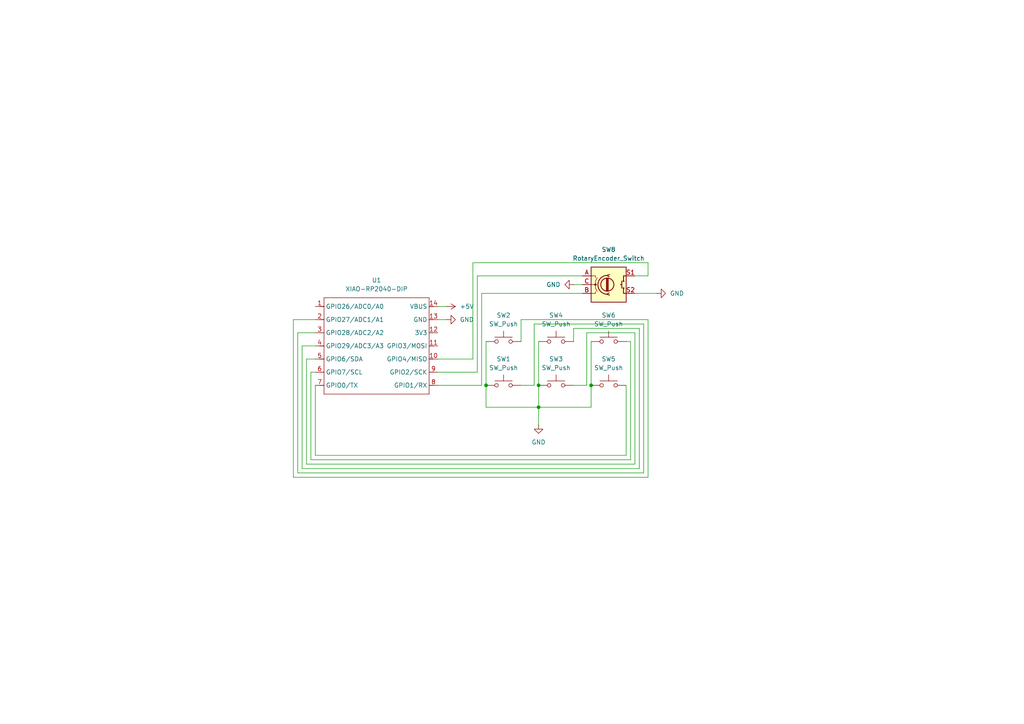
<source format=kicad_sch>
(kicad_sch
	(version 20250114)
	(generator "eeschema")
	(generator_version "9.0")
	(uuid "29a68a94-83d1-4135-896b-2ef00bacd9c1")
	(paper "A4")
	(lib_symbols
		(symbol "Device:RotaryEncoder_Switch"
			(pin_names
				(offset 0.254)
				(hide yes)
			)
			(exclude_from_sim no)
			(in_bom yes)
			(on_board yes)
			(property "Reference" "SW"
				(at 0 6.604 0)
				(effects
					(font
						(size 1.27 1.27)
					)
				)
			)
			(property "Value" "RotaryEncoder_Switch"
				(at 0 -6.604 0)
				(effects
					(font
						(size 1.27 1.27)
					)
				)
			)
			(property "Footprint" ""
				(at -3.81 4.064 0)
				(effects
					(font
						(size 1.27 1.27)
					)
					(hide yes)
				)
			)
			(property "Datasheet" "~"
				(at 0 6.604 0)
				(effects
					(font
						(size 1.27 1.27)
					)
					(hide yes)
				)
			)
			(property "Description" "Rotary encoder, dual channel, incremental quadrate outputs, with switch"
				(at 0 0 0)
				(effects
					(font
						(size 1.27 1.27)
					)
					(hide yes)
				)
			)
			(property "ki_keywords" "rotary switch encoder switch push button"
				(at 0 0 0)
				(effects
					(font
						(size 1.27 1.27)
					)
					(hide yes)
				)
			)
			(property "ki_fp_filters" "RotaryEncoder*Switch*"
				(at 0 0 0)
				(effects
					(font
						(size 1.27 1.27)
					)
					(hide yes)
				)
			)
			(symbol "RotaryEncoder_Switch_0_1"
				(rectangle
					(start -5.08 5.08)
					(end 5.08 -5.08)
					(stroke
						(width 0.254)
						(type default)
					)
					(fill
						(type background)
					)
				)
				(polyline
					(pts
						(xy -5.08 2.54) (xy -3.81 2.54) (xy -3.81 2.032)
					)
					(stroke
						(width 0)
						(type default)
					)
					(fill
						(type none)
					)
				)
				(polyline
					(pts
						(xy -5.08 0) (xy -3.81 0) (xy -3.81 -1.016) (xy -3.302 -2.032)
					)
					(stroke
						(width 0)
						(type default)
					)
					(fill
						(type none)
					)
				)
				(polyline
					(pts
						(xy -5.08 -2.54) (xy -3.81 -2.54) (xy -3.81 -2.032)
					)
					(stroke
						(width 0)
						(type default)
					)
					(fill
						(type none)
					)
				)
				(polyline
					(pts
						(xy -4.318 0) (xy -3.81 0) (xy -3.81 1.016) (xy -3.302 2.032)
					)
					(stroke
						(width 0)
						(type default)
					)
					(fill
						(type none)
					)
				)
				(circle
					(center -3.81 0)
					(radius 0.254)
					(stroke
						(width 0)
						(type default)
					)
					(fill
						(type outline)
					)
				)
				(polyline
					(pts
						(xy -0.635 -1.778) (xy -0.635 1.778)
					)
					(stroke
						(width 0.254)
						(type default)
					)
					(fill
						(type none)
					)
				)
				(circle
					(center -0.381 0)
					(radius 1.905)
					(stroke
						(width 0.254)
						(type default)
					)
					(fill
						(type none)
					)
				)
				(polyline
					(pts
						(xy -0.381 -1.778) (xy -0.381 1.778)
					)
					(stroke
						(width 0.254)
						(type default)
					)
					(fill
						(type none)
					)
				)
				(arc
					(start -0.381 -2.794)
					(mid -3.0988 -0.0635)
					(end -0.381 2.667)
					(stroke
						(width 0.254)
						(type default)
					)
					(fill
						(type none)
					)
				)
				(polyline
					(pts
						(xy -0.127 1.778) (xy -0.127 -1.778)
					)
					(stroke
						(width 0.254)
						(type default)
					)
					(fill
						(type none)
					)
				)
				(polyline
					(pts
						(xy 0.254 2.921) (xy -0.508 2.667) (xy 0.127 2.286)
					)
					(stroke
						(width 0.254)
						(type default)
					)
					(fill
						(type none)
					)
				)
				(polyline
					(pts
						(xy 0.254 -3.048) (xy -0.508 -2.794) (xy 0.127 -2.413)
					)
					(stroke
						(width 0.254)
						(type default)
					)
					(fill
						(type none)
					)
				)
				(polyline
					(pts
						(xy 3.81 1.016) (xy 3.81 -1.016)
					)
					(stroke
						(width 0.254)
						(type default)
					)
					(fill
						(type none)
					)
				)
				(polyline
					(pts
						(xy 3.81 0) (xy 3.429 0)
					)
					(stroke
						(width 0.254)
						(type default)
					)
					(fill
						(type none)
					)
				)
				(circle
					(center 4.318 1.016)
					(radius 0.127)
					(stroke
						(width 0.254)
						(type default)
					)
					(fill
						(type none)
					)
				)
				(circle
					(center 4.318 -1.016)
					(radius 0.127)
					(stroke
						(width 0.254)
						(type default)
					)
					(fill
						(type none)
					)
				)
				(polyline
					(pts
						(xy 5.08 2.54) (xy 4.318 2.54) (xy 4.318 1.016)
					)
					(stroke
						(width 0.254)
						(type default)
					)
					(fill
						(type none)
					)
				)
				(polyline
					(pts
						(xy 5.08 -2.54) (xy 4.318 -2.54) (xy 4.318 -1.016)
					)
					(stroke
						(width 0.254)
						(type default)
					)
					(fill
						(type none)
					)
				)
			)
			(symbol "RotaryEncoder_Switch_1_1"
				(pin passive line
					(at -7.62 2.54 0)
					(length 2.54)
					(name "A"
						(effects
							(font
								(size 1.27 1.27)
							)
						)
					)
					(number "A"
						(effects
							(font
								(size 1.27 1.27)
							)
						)
					)
				)
				(pin passive line
					(at -7.62 0 0)
					(length 2.54)
					(name "C"
						(effects
							(font
								(size 1.27 1.27)
							)
						)
					)
					(number "C"
						(effects
							(font
								(size 1.27 1.27)
							)
						)
					)
				)
				(pin passive line
					(at -7.62 -2.54 0)
					(length 2.54)
					(name "B"
						(effects
							(font
								(size 1.27 1.27)
							)
						)
					)
					(number "B"
						(effects
							(font
								(size 1.27 1.27)
							)
						)
					)
				)
				(pin passive line
					(at 7.62 2.54 180)
					(length 2.54)
					(name "S1"
						(effects
							(font
								(size 1.27 1.27)
							)
						)
					)
					(number "S1"
						(effects
							(font
								(size 1.27 1.27)
							)
						)
					)
				)
				(pin passive line
					(at 7.62 -2.54 180)
					(length 2.54)
					(name "S2"
						(effects
							(font
								(size 1.27 1.27)
							)
						)
					)
					(number "S2"
						(effects
							(font
								(size 1.27 1.27)
							)
						)
					)
				)
			)
			(embedded_fonts no)
		)
		(symbol "Seeed_Studio_XIAO_Series:XIAO-RP2040-DIP"
			(exclude_from_sim no)
			(in_bom yes)
			(on_board yes)
			(property "Reference" "U"
				(at 0 0 0)
				(effects
					(font
						(size 1.27 1.27)
					)
				)
			)
			(property "Value" "XIAO-RP2040-DIP"
				(at 5.334 -1.778 0)
				(effects
					(font
						(size 1.27 1.27)
					)
				)
			)
			(property "Footprint" "Module:MOUDLE14P-XIAO-DIP-SMD"
				(at 14.478 -32.258 0)
				(effects
					(font
						(size 1.27 1.27)
					)
					(hide yes)
				)
			)
			(property "Datasheet" ""
				(at 0 0 0)
				(effects
					(font
						(size 1.27 1.27)
					)
					(hide yes)
				)
			)
			(property "Description" ""
				(at 0 0 0)
				(effects
					(font
						(size 1.27 1.27)
					)
					(hide yes)
				)
			)
			(symbol "XIAO-RP2040-DIP_1_0"
				(polyline
					(pts
						(xy -1.27 -2.54) (xy 29.21 -2.54)
					)
					(stroke
						(width 0.1524)
						(type solid)
					)
					(fill
						(type none)
					)
				)
				(polyline
					(pts
						(xy -1.27 -5.08) (xy -2.54 -5.08)
					)
					(stroke
						(width 0.1524)
						(type solid)
					)
					(fill
						(type none)
					)
				)
				(polyline
					(pts
						(xy -1.27 -5.08) (xy -1.27 -2.54)
					)
					(stroke
						(width 0.1524)
						(type solid)
					)
					(fill
						(type none)
					)
				)
				(polyline
					(pts
						(xy -1.27 -8.89) (xy -2.54 -8.89)
					)
					(stroke
						(width 0.1524)
						(type solid)
					)
					(fill
						(type none)
					)
				)
				(polyline
					(pts
						(xy -1.27 -8.89) (xy -1.27 -5.08)
					)
					(stroke
						(width 0.1524)
						(type solid)
					)
					(fill
						(type none)
					)
				)
				(polyline
					(pts
						(xy -1.27 -12.7) (xy -2.54 -12.7)
					)
					(stroke
						(width 0.1524)
						(type solid)
					)
					(fill
						(type none)
					)
				)
				(polyline
					(pts
						(xy -1.27 -12.7) (xy -1.27 -8.89)
					)
					(stroke
						(width 0.1524)
						(type solid)
					)
					(fill
						(type none)
					)
				)
				(polyline
					(pts
						(xy -1.27 -16.51) (xy -2.54 -16.51)
					)
					(stroke
						(width 0.1524)
						(type solid)
					)
					(fill
						(type none)
					)
				)
				(polyline
					(pts
						(xy -1.27 -16.51) (xy -1.27 -12.7)
					)
					(stroke
						(width 0.1524)
						(type solid)
					)
					(fill
						(type none)
					)
				)
				(polyline
					(pts
						(xy -1.27 -20.32) (xy -2.54 -20.32)
					)
					(stroke
						(width 0.1524)
						(type solid)
					)
					(fill
						(type none)
					)
				)
				(polyline
					(pts
						(xy -1.27 -24.13) (xy -2.54 -24.13)
					)
					(stroke
						(width 0.1524)
						(type solid)
					)
					(fill
						(type none)
					)
				)
				(polyline
					(pts
						(xy -1.27 -27.94) (xy -2.54 -27.94)
					)
					(stroke
						(width 0.1524)
						(type solid)
					)
					(fill
						(type none)
					)
				)
				(polyline
					(pts
						(xy -1.27 -30.48) (xy -1.27 -16.51)
					)
					(stroke
						(width 0.1524)
						(type solid)
					)
					(fill
						(type none)
					)
				)
				(polyline
					(pts
						(xy 29.21 -2.54) (xy 29.21 -5.08)
					)
					(stroke
						(width 0.1524)
						(type solid)
					)
					(fill
						(type none)
					)
				)
				(polyline
					(pts
						(xy 29.21 -5.08) (xy 29.21 -8.89)
					)
					(stroke
						(width 0.1524)
						(type solid)
					)
					(fill
						(type none)
					)
				)
				(polyline
					(pts
						(xy 29.21 -8.89) (xy 29.21 -12.7)
					)
					(stroke
						(width 0.1524)
						(type solid)
					)
					(fill
						(type none)
					)
				)
				(polyline
					(pts
						(xy 29.21 -12.7) (xy 29.21 -30.48)
					)
					(stroke
						(width 0.1524)
						(type solid)
					)
					(fill
						(type none)
					)
				)
				(polyline
					(pts
						(xy 29.21 -30.48) (xy -1.27 -30.48)
					)
					(stroke
						(width 0.1524)
						(type solid)
					)
					(fill
						(type none)
					)
				)
				(polyline
					(pts
						(xy 30.48 -5.08) (xy 29.21 -5.08)
					)
					(stroke
						(width 0.1524)
						(type solid)
					)
					(fill
						(type none)
					)
				)
				(polyline
					(pts
						(xy 30.48 -8.89) (xy 29.21 -8.89)
					)
					(stroke
						(width 0.1524)
						(type solid)
					)
					(fill
						(type none)
					)
				)
				(polyline
					(pts
						(xy 30.48 -12.7) (xy 29.21 -12.7)
					)
					(stroke
						(width 0.1524)
						(type solid)
					)
					(fill
						(type none)
					)
				)
				(polyline
					(pts
						(xy 30.48 -16.51) (xy 29.21 -16.51)
					)
					(stroke
						(width 0.1524)
						(type solid)
					)
					(fill
						(type none)
					)
				)
				(polyline
					(pts
						(xy 30.48 -20.32) (xy 29.21 -20.32)
					)
					(stroke
						(width 0.1524)
						(type solid)
					)
					(fill
						(type none)
					)
				)
				(polyline
					(pts
						(xy 30.48 -24.13) (xy 29.21 -24.13)
					)
					(stroke
						(width 0.1524)
						(type solid)
					)
					(fill
						(type none)
					)
				)
				(polyline
					(pts
						(xy 30.48 -27.94) (xy 29.21 -27.94)
					)
					(stroke
						(width 0.1524)
						(type solid)
					)
					(fill
						(type none)
					)
				)
				(pin passive line
					(at -3.81 -5.08 0)
					(length 2.54)
					(name "GPIO26/ADC0/A0"
						(effects
							(font
								(size 1.27 1.27)
							)
						)
					)
					(number "1"
						(effects
							(font
								(size 1.27 1.27)
							)
						)
					)
				)
				(pin passive line
					(at -3.81 -8.89 0)
					(length 2.54)
					(name "GPIO27/ADC1/A1"
						(effects
							(font
								(size 1.27 1.27)
							)
						)
					)
					(number "2"
						(effects
							(font
								(size 1.27 1.27)
							)
						)
					)
				)
				(pin passive line
					(at -3.81 -12.7 0)
					(length 2.54)
					(name "GPIO28/ADC2/A2"
						(effects
							(font
								(size 1.27 1.27)
							)
						)
					)
					(number "3"
						(effects
							(font
								(size 1.27 1.27)
							)
						)
					)
				)
				(pin passive line
					(at -3.81 -16.51 0)
					(length 2.54)
					(name "GPIO29/ADC3/A3"
						(effects
							(font
								(size 1.27 1.27)
							)
						)
					)
					(number "4"
						(effects
							(font
								(size 1.27 1.27)
							)
						)
					)
				)
				(pin passive line
					(at -3.81 -20.32 0)
					(length 2.54)
					(name "GPIO6/SDA"
						(effects
							(font
								(size 1.27 1.27)
							)
						)
					)
					(number "5"
						(effects
							(font
								(size 1.27 1.27)
							)
						)
					)
				)
				(pin passive line
					(at -3.81 -24.13 0)
					(length 2.54)
					(name "GPIO7/SCL"
						(effects
							(font
								(size 1.27 1.27)
							)
						)
					)
					(number "6"
						(effects
							(font
								(size 1.27 1.27)
							)
						)
					)
				)
				(pin passive line
					(at -3.81 -27.94 0)
					(length 2.54)
					(name "GPIO0/TX"
						(effects
							(font
								(size 1.27 1.27)
							)
						)
					)
					(number "7"
						(effects
							(font
								(size 1.27 1.27)
							)
						)
					)
				)
				(pin passive line
					(at 31.75 -5.08 180)
					(length 2.54)
					(name "VBUS"
						(effects
							(font
								(size 1.27 1.27)
							)
						)
					)
					(number "14"
						(effects
							(font
								(size 1.27 1.27)
							)
						)
					)
				)
				(pin passive line
					(at 31.75 -8.89 180)
					(length 2.54)
					(name "GND"
						(effects
							(font
								(size 1.27 1.27)
							)
						)
					)
					(number "13"
						(effects
							(font
								(size 1.27 1.27)
							)
						)
					)
				)
				(pin passive line
					(at 31.75 -12.7 180)
					(length 2.54)
					(name "3V3"
						(effects
							(font
								(size 1.27 1.27)
							)
						)
					)
					(number "12"
						(effects
							(font
								(size 1.27 1.27)
							)
						)
					)
				)
				(pin passive line
					(at 31.75 -16.51 180)
					(length 2.54)
					(name "GPIO3/MOSI"
						(effects
							(font
								(size 1.27 1.27)
							)
						)
					)
					(number "11"
						(effects
							(font
								(size 1.27 1.27)
							)
						)
					)
				)
				(pin passive line
					(at 31.75 -20.32 180)
					(length 2.54)
					(name "GPIO4/MISO"
						(effects
							(font
								(size 1.27 1.27)
							)
						)
					)
					(number "10"
						(effects
							(font
								(size 1.27 1.27)
							)
						)
					)
				)
				(pin passive line
					(at 31.75 -24.13 180)
					(length 2.54)
					(name "GPIO2/SCK"
						(effects
							(font
								(size 1.27 1.27)
							)
						)
					)
					(number "9"
						(effects
							(font
								(size 1.27 1.27)
							)
						)
					)
				)
				(pin passive line
					(at 31.75 -27.94 180)
					(length 2.54)
					(name "GPIO1/RX"
						(effects
							(font
								(size 1.27 1.27)
							)
						)
					)
					(number "8"
						(effects
							(font
								(size 1.27 1.27)
							)
						)
					)
				)
			)
			(embedded_fonts no)
		)
		(symbol "Switch:SW_Push"
			(pin_numbers
				(hide yes)
			)
			(pin_names
				(offset 1.016)
				(hide yes)
			)
			(exclude_from_sim no)
			(in_bom yes)
			(on_board yes)
			(property "Reference" "SW"
				(at 1.27 2.54 0)
				(effects
					(font
						(size 1.27 1.27)
					)
					(justify left)
				)
			)
			(property "Value" "SW_Push"
				(at 0 -1.524 0)
				(effects
					(font
						(size 1.27 1.27)
					)
				)
			)
			(property "Footprint" ""
				(at 0 5.08 0)
				(effects
					(font
						(size 1.27 1.27)
					)
					(hide yes)
				)
			)
			(property "Datasheet" "~"
				(at 0 5.08 0)
				(effects
					(font
						(size 1.27 1.27)
					)
					(hide yes)
				)
			)
			(property "Description" "Push button switch, generic, two pins"
				(at 0 0 0)
				(effects
					(font
						(size 1.27 1.27)
					)
					(hide yes)
				)
			)
			(property "ki_keywords" "switch normally-open pushbutton push-button"
				(at 0 0 0)
				(effects
					(font
						(size 1.27 1.27)
					)
					(hide yes)
				)
			)
			(symbol "SW_Push_0_1"
				(circle
					(center -2.032 0)
					(radius 0.508)
					(stroke
						(width 0)
						(type default)
					)
					(fill
						(type none)
					)
				)
				(polyline
					(pts
						(xy 0 1.27) (xy 0 3.048)
					)
					(stroke
						(width 0)
						(type default)
					)
					(fill
						(type none)
					)
				)
				(circle
					(center 2.032 0)
					(radius 0.508)
					(stroke
						(width 0)
						(type default)
					)
					(fill
						(type none)
					)
				)
				(polyline
					(pts
						(xy 2.54 1.27) (xy -2.54 1.27)
					)
					(stroke
						(width 0)
						(type default)
					)
					(fill
						(type none)
					)
				)
				(pin passive line
					(at -5.08 0 0)
					(length 2.54)
					(name "1"
						(effects
							(font
								(size 1.27 1.27)
							)
						)
					)
					(number "1"
						(effects
							(font
								(size 1.27 1.27)
							)
						)
					)
				)
				(pin passive line
					(at 5.08 0 180)
					(length 2.54)
					(name "2"
						(effects
							(font
								(size 1.27 1.27)
							)
						)
					)
					(number "2"
						(effects
							(font
								(size 1.27 1.27)
							)
						)
					)
				)
			)
			(embedded_fonts no)
		)
		(symbol "power:+5V"
			(power)
			(pin_numbers
				(hide yes)
			)
			(pin_names
				(offset 0)
				(hide yes)
			)
			(exclude_from_sim no)
			(in_bom yes)
			(on_board yes)
			(property "Reference" "#PWR"
				(at 0 -3.81 0)
				(effects
					(font
						(size 1.27 1.27)
					)
					(hide yes)
				)
			)
			(property "Value" "+5V"
				(at 0 3.556 0)
				(effects
					(font
						(size 1.27 1.27)
					)
				)
			)
			(property "Footprint" ""
				(at 0 0 0)
				(effects
					(font
						(size 1.27 1.27)
					)
					(hide yes)
				)
			)
			(property "Datasheet" ""
				(at 0 0 0)
				(effects
					(font
						(size 1.27 1.27)
					)
					(hide yes)
				)
			)
			(property "Description" "Power symbol creates a global label with name \"+5V\""
				(at 0 0 0)
				(effects
					(font
						(size 1.27 1.27)
					)
					(hide yes)
				)
			)
			(property "ki_keywords" "global power"
				(at 0 0 0)
				(effects
					(font
						(size 1.27 1.27)
					)
					(hide yes)
				)
			)
			(symbol "+5V_0_1"
				(polyline
					(pts
						(xy -0.762 1.27) (xy 0 2.54)
					)
					(stroke
						(width 0)
						(type default)
					)
					(fill
						(type none)
					)
				)
				(polyline
					(pts
						(xy 0 2.54) (xy 0.762 1.27)
					)
					(stroke
						(width 0)
						(type default)
					)
					(fill
						(type none)
					)
				)
				(polyline
					(pts
						(xy 0 0) (xy 0 2.54)
					)
					(stroke
						(width 0)
						(type default)
					)
					(fill
						(type none)
					)
				)
			)
			(symbol "+5V_1_1"
				(pin power_in line
					(at 0 0 90)
					(length 0)
					(name "~"
						(effects
							(font
								(size 1.27 1.27)
							)
						)
					)
					(number "1"
						(effects
							(font
								(size 1.27 1.27)
							)
						)
					)
				)
			)
			(embedded_fonts no)
		)
		(symbol "power:GND"
			(power)
			(pin_numbers
				(hide yes)
			)
			(pin_names
				(offset 0)
				(hide yes)
			)
			(exclude_from_sim no)
			(in_bom yes)
			(on_board yes)
			(property "Reference" "#PWR"
				(at 0 -6.35 0)
				(effects
					(font
						(size 1.27 1.27)
					)
					(hide yes)
				)
			)
			(property "Value" "GND"
				(at 0 -3.81 0)
				(effects
					(font
						(size 1.27 1.27)
					)
				)
			)
			(property "Footprint" ""
				(at 0 0 0)
				(effects
					(font
						(size 1.27 1.27)
					)
					(hide yes)
				)
			)
			(property "Datasheet" ""
				(at 0 0 0)
				(effects
					(font
						(size 1.27 1.27)
					)
					(hide yes)
				)
			)
			(property "Description" "Power symbol creates a global label with name \"GND\" , ground"
				(at 0 0 0)
				(effects
					(font
						(size 1.27 1.27)
					)
					(hide yes)
				)
			)
			(property "ki_keywords" "global power"
				(at 0 0 0)
				(effects
					(font
						(size 1.27 1.27)
					)
					(hide yes)
				)
			)
			(symbol "GND_0_1"
				(polyline
					(pts
						(xy 0 0) (xy 0 -1.27) (xy 1.27 -1.27) (xy 0 -2.54) (xy -1.27 -1.27) (xy 0 -1.27)
					)
					(stroke
						(width 0)
						(type default)
					)
					(fill
						(type none)
					)
				)
			)
			(symbol "GND_1_1"
				(pin power_in line
					(at 0 0 270)
					(length 0)
					(name "~"
						(effects
							(font
								(size 1.27 1.27)
							)
						)
					)
					(number "1"
						(effects
							(font
								(size 1.27 1.27)
							)
						)
					)
				)
			)
			(embedded_fonts no)
		)
	)
	(junction
		(at 140.97 111.76)
		(diameter 0)
		(color 0 0 0 0)
		(uuid "45fe54c9-8ef1-4602-85a6-b2e54151469b")
	)
	(junction
		(at 171.45 111.76)
		(diameter 0)
		(color 0 0 0 0)
		(uuid "bb64873d-818e-4f9b-a2f9-23c7c110e865")
	)
	(junction
		(at 156.21 118.11)
		(diameter 0)
		(color 0 0 0 0)
		(uuid "c3eabbfb-2ec5-4ff9-8ac5-97e8a651e7a7")
	)
	(junction
		(at 156.21 111.76)
		(diameter 0)
		(color 0 0 0 0)
		(uuid "e358103c-39e9-4bb3-a08a-a148d900e3ee")
	)
	(wire
		(pts
			(xy 137.16 76.2) (xy 137.16 104.14)
		)
		(stroke
			(width 0)
			(type default)
		)
		(uuid "04baacb8-9463-4846-b22d-7b3dda1231fb")
	)
	(wire
		(pts
			(xy 156.21 118.11) (xy 171.45 118.11)
		)
		(stroke
			(width 0)
			(type default)
		)
		(uuid "063d5d77-1961-4881-8433-f1cba9c4aea6")
	)
	(wire
		(pts
			(xy 90.17 133.35) (xy 90.17 107.95)
		)
		(stroke
			(width 0)
			(type default)
		)
		(uuid "064f3e79-b2ba-436c-86e3-c418411bc39f")
	)
	(wire
		(pts
			(xy 91.44 132.08) (xy 91.44 111.76)
		)
		(stroke
			(width 0)
			(type default)
		)
		(uuid "08361892-0078-4684-9f33-8558ce42756f")
	)
	(wire
		(pts
			(xy 171.45 111.76) (xy 171.45 99.06)
		)
		(stroke
			(width 0)
			(type default)
		)
		(uuid "0c7fad2a-3b70-4a4d-b0c7-7395f4165cb6")
	)
	(wire
		(pts
			(xy 182.88 133.35) (xy 90.17 133.35)
		)
		(stroke
			(width 0)
			(type default)
		)
		(uuid "1020658d-b7f8-4ee8-8f09-6a95c13c7b48")
	)
	(wire
		(pts
			(xy 154.94 93.98) (xy 186.69 93.98)
		)
		(stroke
			(width 0)
			(type default)
		)
		(uuid "140cdeb3-f747-4cd1-b07f-29a33b9e63f4")
	)
	(wire
		(pts
			(xy 139.7 85.09) (xy 139.7 111.76)
		)
		(stroke
			(width 0)
			(type default)
		)
		(uuid "178b710a-610c-4fed-a7b0-63789be7ba58")
	)
	(wire
		(pts
			(xy 181.61 111.76) (xy 181.61 132.08)
		)
		(stroke
			(width 0)
			(type default)
		)
		(uuid "2a0b99e2-c302-4fdf-8216-f8bc413f7d96")
	)
	(wire
		(pts
			(xy 166.37 95.25) (xy 185.42 95.25)
		)
		(stroke
			(width 0)
			(type default)
		)
		(uuid "2e3632fa-0a78-40c8-b082-cbbf4251a738")
	)
	(wire
		(pts
			(xy 186.69 137.16) (xy 86.36 137.16)
		)
		(stroke
			(width 0)
			(type default)
		)
		(uuid "318db608-244f-4abe-9fc7-83d47cb78663")
	)
	(wire
		(pts
			(xy 187.96 92.71) (xy 187.96 138.43)
		)
		(stroke
			(width 0)
			(type default)
		)
		(uuid "356aeadd-5997-4300-a518-da997fa8e4b0")
	)
	(wire
		(pts
			(xy 85.09 138.43) (xy 85.09 92.71)
		)
		(stroke
			(width 0)
			(type default)
		)
		(uuid "3ac66482-75b6-4f00-9f36-052eb1e213d9")
	)
	(wire
		(pts
			(xy 88.9 134.62) (xy 88.9 104.14)
		)
		(stroke
			(width 0)
			(type default)
		)
		(uuid "3adf0353-56d8-478b-b82e-591fdda9829a")
	)
	(wire
		(pts
			(xy 154.94 111.76) (xy 154.94 93.98)
		)
		(stroke
			(width 0)
			(type default)
		)
		(uuid "4367929c-c652-47a8-ac93-9b7f98e329aa")
	)
	(wire
		(pts
			(xy 86.36 96.52) (xy 91.44 96.52)
		)
		(stroke
			(width 0)
			(type default)
		)
		(uuid "43d1a27d-25ea-41e2-9291-88ea71df64ab")
	)
	(wire
		(pts
			(xy 140.97 118.11) (xy 156.21 118.11)
		)
		(stroke
			(width 0)
			(type default)
		)
		(uuid "441adb51-89fa-4074-ba46-1fd9bf21757c")
	)
	(wire
		(pts
			(xy 151.13 92.71) (xy 187.96 92.71)
		)
		(stroke
			(width 0)
			(type default)
		)
		(uuid "4a49451a-1a5a-4e37-a123-5ff0d9a9c6bb")
	)
	(wire
		(pts
			(xy 168.91 80.01) (xy 138.43 80.01)
		)
		(stroke
			(width 0)
			(type default)
		)
		(uuid "4f97b714-a45c-411d-a25e-a4051ccb30af")
	)
	(wire
		(pts
			(xy 138.43 80.01) (xy 138.43 107.95)
		)
		(stroke
			(width 0)
			(type default)
		)
		(uuid "50e40629-9258-46d4-af25-9f4f0ba22b8a")
	)
	(wire
		(pts
			(xy 168.91 85.09) (xy 139.7 85.09)
		)
		(stroke
			(width 0)
			(type default)
		)
		(uuid "5419af00-92a0-4f97-af08-ef41e33decde")
	)
	(wire
		(pts
			(xy 156.21 111.76) (xy 156.21 118.11)
		)
		(stroke
			(width 0)
			(type default)
		)
		(uuid "54d3ba5b-9c8c-43e0-b2a7-29b75c11aec9")
	)
	(wire
		(pts
			(xy 187.96 76.2) (xy 137.16 76.2)
		)
		(stroke
			(width 0)
			(type default)
		)
		(uuid "57af3e3a-201e-4a18-9995-603e8bae4caf")
	)
	(wire
		(pts
			(xy 184.15 85.09) (xy 190.5 85.09)
		)
		(stroke
			(width 0)
			(type default)
		)
		(uuid "5957d4fa-dc4e-4e14-a179-bdf6d020bb76")
	)
	(wire
		(pts
			(xy 137.16 104.14) (xy 127 104.14)
		)
		(stroke
			(width 0)
			(type default)
		)
		(uuid "5de54da9-fa9f-49c0-ba47-359087386e66")
	)
	(wire
		(pts
			(xy 184.15 80.01) (xy 187.96 80.01)
		)
		(stroke
			(width 0)
			(type default)
		)
		(uuid "5faf3191-b5d9-4b2e-9326-81cd7d420795")
	)
	(wire
		(pts
			(xy 87.63 135.89) (xy 87.63 100.33)
		)
		(stroke
			(width 0)
			(type default)
		)
		(uuid "64328048-6011-4da8-900f-38e80c188082")
	)
	(wire
		(pts
			(xy 184.15 134.62) (xy 88.9 134.62)
		)
		(stroke
			(width 0)
			(type default)
		)
		(uuid "6f893589-0cba-43d5-93b2-47dc4c443a3e")
	)
	(wire
		(pts
			(xy 139.7 111.76) (xy 127 111.76)
		)
		(stroke
			(width 0)
			(type default)
		)
		(uuid "7213c54c-b5a5-4d32-a5ee-220966691676")
	)
	(wire
		(pts
			(xy 140.97 99.06) (xy 140.97 111.76)
		)
		(stroke
			(width 0)
			(type default)
		)
		(uuid "78dc3238-5c10-4e2b-be0c-dbaf15e0cd14")
	)
	(wire
		(pts
			(xy 185.42 95.25) (xy 185.42 135.89)
		)
		(stroke
			(width 0)
			(type default)
		)
		(uuid "80c7b3c8-d4f4-412a-b43b-d6b52a059d0c")
	)
	(wire
		(pts
			(xy 127 88.9) (xy 129.54 88.9)
		)
		(stroke
			(width 0)
			(type default)
		)
		(uuid "8759cae2-6e45-4bb1-ab31-9f39a5b36d4f")
	)
	(wire
		(pts
			(xy 138.43 107.95) (xy 127 107.95)
		)
		(stroke
			(width 0)
			(type default)
		)
		(uuid "8764d37d-1a53-4216-853e-dca4e353fc8b")
	)
	(wire
		(pts
			(xy 170.18 111.76) (xy 170.18 96.52)
		)
		(stroke
			(width 0)
			(type default)
		)
		(uuid "8d06acb3-a2b3-4276-aba2-e1223299820a")
	)
	(wire
		(pts
			(xy 171.45 118.11) (xy 171.45 111.76)
		)
		(stroke
			(width 0)
			(type default)
		)
		(uuid "8e150361-1c09-401c-9c89-2f8afaa4d2a5")
	)
	(wire
		(pts
			(xy 170.18 96.52) (xy 184.15 96.52)
		)
		(stroke
			(width 0)
			(type default)
		)
		(uuid "942974d0-b755-4af2-9c9c-2109241b69ec")
	)
	(wire
		(pts
			(xy 88.9 104.14) (xy 91.44 104.14)
		)
		(stroke
			(width 0)
			(type default)
		)
		(uuid "992ec9b9-e8d4-4bbb-a8d7-613b59cf2c7c")
	)
	(wire
		(pts
			(xy 86.36 137.16) (xy 86.36 96.52)
		)
		(stroke
			(width 0)
			(type default)
		)
		(uuid "9ad42d4f-3509-48ae-a982-57518f17b642")
	)
	(wire
		(pts
			(xy 187.96 80.01) (xy 187.96 76.2)
		)
		(stroke
			(width 0)
			(type default)
		)
		(uuid "9c9b5009-216c-4e1b-80bb-48954b38832d")
	)
	(wire
		(pts
			(xy 186.69 93.98) (xy 186.69 137.16)
		)
		(stroke
			(width 0)
			(type default)
		)
		(uuid "a17e05a8-114f-4b01-99cc-1765466f06d7")
	)
	(wire
		(pts
			(xy 156.21 99.06) (xy 156.21 111.76)
		)
		(stroke
			(width 0)
			(type default)
		)
		(uuid "ae7f88ea-744c-4252-a0bc-b87fe3354f3a")
	)
	(wire
		(pts
			(xy 90.17 107.95) (xy 91.44 107.95)
		)
		(stroke
			(width 0)
			(type default)
		)
		(uuid "b371c9c9-e45d-4244-88a7-332e18e372aa")
	)
	(wire
		(pts
			(xy 166.37 111.76) (xy 170.18 111.76)
		)
		(stroke
			(width 0)
			(type default)
		)
		(uuid "b872ada8-a733-4c54-9644-09523b7a173f")
	)
	(wire
		(pts
			(xy 181.61 99.06) (xy 182.88 99.06)
		)
		(stroke
			(width 0)
			(type default)
		)
		(uuid "c02073f7-14f9-489d-8470-498dd9bf237f")
	)
	(wire
		(pts
			(xy 151.13 99.06) (xy 151.13 92.71)
		)
		(stroke
			(width 0)
			(type default)
		)
		(uuid "c0d1bb7d-1649-4dfe-a786-32e702524fb4")
	)
	(wire
		(pts
			(xy 87.63 100.33) (xy 91.44 100.33)
		)
		(stroke
			(width 0)
			(type default)
		)
		(uuid "c2e2e4eb-b711-4cde-8c4e-1e3d10f08cb6")
	)
	(wire
		(pts
			(xy 184.15 96.52) (xy 184.15 134.62)
		)
		(stroke
			(width 0)
			(type default)
		)
		(uuid "c358fc76-4ebd-4931-853a-078b234274ce")
	)
	(wire
		(pts
			(xy 85.09 138.43) (xy 187.96 138.43)
		)
		(stroke
			(width 0)
			(type default)
		)
		(uuid "c3ec75a4-38c7-4daa-822e-366c91c35fb7")
	)
	(wire
		(pts
			(xy 166.37 82.55) (xy 168.91 82.55)
		)
		(stroke
			(width 0)
			(type default)
		)
		(uuid "c9f7e4f8-1999-41f0-b5b1-8c985e4ef42f")
	)
	(wire
		(pts
			(xy 127 92.71) (xy 129.54 92.71)
		)
		(stroke
			(width 0)
			(type default)
		)
		(uuid "cceac4e6-4fd7-4acb-b032-b8f4e8936343")
	)
	(wire
		(pts
			(xy 140.97 111.76) (xy 140.97 118.11)
		)
		(stroke
			(width 0)
			(type default)
		)
		(uuid "d1ed0b8a-d9fe-4b9f-b20b-b8805d59ae71")
	)
	(wire
		(pts
			(xy 185.42 135.89) (xy 87.63 135.89)
		)
		(stroke
			(width 0)
			(type default)
		)
		(uuid "dbbfd0ba-b90b-430f-94e8-e431a6e5617c")
	)
	(wire
		(pts
			(xy 182.88 99.06) (xy 182.88 133.35)
		)
		(stroke
			(width 0)
			(type default)
		)
		(uuid "df83a16f-a266-44a2-9adb-157bbffff18c")
	)
	(wire
		(pts
			(xy 156.21 118.11) (xy 156.21 123.19)
		)
		(stroke
			(width 0)
			(type default)
		)
		(uuid "e2555679-6270-4046-8cb8-654f22237ad3")
	)
	(wire
		(pts
			(xy 166.37 95.25) (xy 166.37 99.06)
		)
		(stroke
			(width 0)
			(type default)
		)
		(uuid "e3ff307b-1fc5-4b6a-a778-fde66ca10286")
	)
	(wire
		(pts
			(xy 85.09 92.71) (xy 91.44 92.71)
		)
		(stroke
			(width 0)
			(type default)
		)
		(uuid "e476afa7-3450-448c-a55d-e8e67da06b9a")
	)
	(wire
		(pts
			(xy 181.61 132.08) (xy 91.44 132.08)
		)
		(stroke
			(width 0)
			(type default)
		)
		(uuid "e50f8ee7-3bb9-4a44-a31f-6214dd3630a8")
	)
	(wire
		(pts
			(xy 151.13 111.76) (xy 154.94 111.76)
		)
		(stroke
			(width 0)
			(type default)
		)
		(uuid "fd69ffa5-b629-4f4d-9b03-146e81f11ff3")
	)
	(symbol
		(lib_id "Device:RotaryEncoder_Switch")
		(at 176.53 82.55 0)
		(unit 1)
		(exclude_from_sim no)
		(in_bom yes)
		(on_board yes)
		(dnp no)
		(fields_autoplaced yes)
		(uuid "0abc1622-2f2e-4227-8087-1aa06993915f")
		(property "Reference" "SW8"
			(at 176.53 72.39 0)
			(effects
				(font
					(size 1.27 1.27)
				)
			)
		)
		(property "Value" "RotaryEncoder_Switch"
			(at 176.53 74.93 0)
			(effects
				(font
					(size 1.27 1.27)
				)
			)
		)
		(property "Footprint" "Rotary_Encoder:RotaryEncoder_Alps_EC11E-Switch_Vertical_H20mm"
			(at 172.72 78.486 0)
			(effects
				(font
					(size 1.27 1.27)
				)
				(hide yes)
			)
		)
		(property "Datasheet" "~"
			(at 176.53 75.946 0)
			(effects
				(font
					(size 1.27 1.27)
				)
				(hide yes)
			)
		)
		(property "Description" "Rotary encoder, dual channel, incremental quadrate outputs, with switch"
			(at 176.53 82.55 0)
			(effects
				(font
					(size 1.27 1.27)
				)
				(hide yes)
			)
		)
		(pin "B"
			(uuid "0b498fde-b1c0-4d95-9528-964b751662fe")
		)
		(pin "C"
			(uuid "dcd28d89-1915-48ee-bbcd-9f61b13362c4")
		)
		(pin "A"
			(uuid "15e1ee69-e57e-4a32-9333-3e2c1bb3c21f")
		)
		(pin "S1"
			(uuid "3c220171-c071-470c-8989-2445016c4c61")
		)
		(pin "S2"
			(uuid "39c05761-6f12-4c0d-88fa-1f04a87a2d87")
		)
		(instances
			(project ""
				(path "/29a68a94-83d1-4135-896b-2ef00bacd9c1"
					(reference "SW8")
					(unit 1)
				)
			)
		)
	)
	(symbol
		(lib_id "Switch:SW_Push")
		(at 146.05 111.76 0)
		(unit 1)
		(exclude_from_sim no)
		(in_bom yes)
		(on_board yes)
		(dnp no)
		(fields_autoplaced yes)
		(uuid "166f9349-16b4-49db-916a-d3f0e9657bf3")
		(property "Reference" "SW1"
			(at 146.05 104.14 0)
			(effects
				(font
					(size 1.27 1.27)
				)
			)
		)
		(property "Value" "SW_Push"
			(at 146.05 106.68 0)
			(effects
				(font
					(size 1.27 1.27)
				)
			)
		)
		(property "Footprint" "Button_Switch_Keyboard:SW_Cherry_MX_1.00u_PCB"
			(at 146.05 106.68 0)
			(effects
				(font
					(size 1.27 1.27)
				)
				(hide yes)
			)
		)
		(property "Datasheet" "~"
			(at 146.05 106.68 0)
			(effects
				(font
					(size 1.27 1.27)
				)
				(hide yes)
			)
		)
		(property "Description" "Push button switch, generic, two pins"
			(at 146.05 111.76 0)
			(effects
				(font
					(size 1.27 1.27)
				)
				(hide yes)
			)
		)
		(pin "1"
			(uuid "ebe16ce9-07d0-4dda-862d-d807b97802e7")
		)
		(pin "2"
			(uuid "6d8ee2ad-9d2d-4735-b0cd-f9d67226fde2")
		)
		(instances
			(project ""
				(path "/29a68a94-83d1-4135-896b-2ef00bacd9c1"
					(reference "SW1")
					(unit 1)
				)
			)
		)
	)
	(symbol
		(lib_id "Seeed_Studio_XIAO_Series:XIAO-RP2040-DIP")
		(at 95.25 83.82 0)
		(unit 1)
		(exclude_from_sim no)
		(in_bom yes)
		(on_board yes)
		(dnp no)
		(fields_autoplaced yes)
		(uuid "17e19a15-9168-44c9-b9e5-0c3eb11448d6")
		(property "Reference" "U1"
			(at 109.22 81.28 0)
			(effects
				(font
					(size 1.27 1.27)
				)
			)
		)
		(property "Value" "XIAO-RP2040-DIP"
			(at 109.22 83.82 0)
			(effects
				(font
					(size 1.27 1.27)
				)
			)
		)
		(property "Footprint" "Seeed Studio XIAO Series Library:XIAO-RP2040-DIP"
			(at 109.728 116.078 0)
			(effects
				(font
					(size 1.27 1.27)
				)
				(hide yes)
			)
		)
		(property "Datasheet" ""
			(at 95.25 83.82 0)
			(effects
				(font
					(size 1.27 1.27)
				)
				(hide yes)
			)
		)
		(property "Description" ""
			(at 95.25 83.82 0)
			(effects
				(font
					(size 1.27 1.27)
				)
				(hide yes)
			)
		)
		(pin "3"
			(uuid "d5fc8df9-4e01-4f88-a36d-b79e62e889de")
		)
		(pin "7"
			(uuid "2dd26a2d-d8ba-4a13-bc6c-da31a4bd05c1")
		)
		(pin "2"
			(uuid "14bb355f-1338-4841-a960-5b5813cdcd72")
		)
		(pin "5"
			(uuid "5f21f4c5-62e3-4572-922d-a94f56498d15")
		)
		(pin "13"
			(uuid "08672347-0d9c-4755-be65-115bf4129474")
		)
		(pin "11"
			(uuid "e15ef296-a3d3-4c35-92dc-80e6267bef89")
		)
		(pin "6"
			(uuid "ef6be1b4-030c-43b6-ab0c-6f42a48c62b8")
		)
		(pin "1"
			(uuid "31396c39-d546-4397-b885-022f43b60070")
		)
		(pin "4"
			(uuid "5ce3721d-b54e-49ec-8cc5-1d56a81b209a")
		)
		(pin "14"
			(uuid "3effd78f-f60c-4463-98e2-2e7716550085")
		)
		(pin "12"
			(uuid "fece0d21-3e08-49fc-9931-e9236781d12c")
		)
		(pin "10"
			(uuid "83e2dcf5-2f87-4beb-ba2f-dcb8e4fdea28")
		)
		(pin "9"
			(uuid "a2da8e0c-b31a-4f88-ada4-e3739a3a181d")
		)
		(pin "8"
			(uuid "be34f566-02d5-4c85-afda-5bdc682072bf")
		)
		(instances
			(project ""
				(path "/29a68a94-83d1-4135-896b-2ef00bacd9c1"
					(reference "U1")
					(unit 1)
				)
			)
		)
	)
	(symbol
		(lib_id "Switch:SW_Push")
		(at 176.53 99.06 0)
		(unit 1)
		(exclude_from_sim no)
		(in_bom yes)
		(on_board yes)
		(dnp no)
		(fields_autoplaced yes)
		(uuid "1fdbc8de-65ca-4fe0-9874-ff49ea01a22b")
		(property "Reference" "SW6"
			(at 176.53 91.44 0)
			(effects
				(font
					(size 1.27 1.27)
				)
			)
		)
		(property "Value" "SW_Push"
			(at 176.53 93.98 0)
			(effects
				(font
					(size 1.27 1.27)
				)
			)
		)
		(property "Footprint" "Button_Switch_Keyboard:SW_Cherry_MX_1.00u_PCB"
			(at 176.53 93.98 0)
			(effects
				(font
					(size 1.27 1.27)
				)
				(hide yes)
			)
		)
		(property "Datasheet" "~"
			(at 176.53 93.98 0)
			(effects
				(font
					(size 1.27 1.27)
				)
				(hide yes)
			)
		)
		(property "Description" "Push button switch, generic, two pins"
			(at 176.53 99.06 0)
			(effects
				(font
					(size 1.27 1.27)
				)
				(hide yes)
			)
		)
		(pin "1"
			(uuid "a666d967-7ec9-4acc-b204-4144343e4b36")
		)
		(pin "2"
			(uuid "64090887-7d70-4c1f-8628-b43b52970552")
		)
		(instances
			(project "hackpad"
				(path "/29a68a94-83d1-4135-896b-2ef00bacd9c1"
					(reference "SW6")
					(unit 1)
				)
			)
		)
	)
	(symbol
		(lib_id "power:+5V")
		(at 129.54 88.9 270)
		(unit 1)
		(exclude_from_sim no)
		(in_bom yes)
		(on_board yes)
		(dnp no)
		(fields_autoplaced yes)
		(uuid "6f4b12cd-409c-4ddb-8937-2094f77d0a4a")
		(property "Reference" "#PWR02"
			(at 125.73 88.9 0)
			(effects
				(font
					(size 1.27 1.27)
				)
				(hide yes)
			)
		)
		(property "Value" "+5V"
			(at 133.35 88.8999 90)
			(effects
				(font
					(size 1.27 1.27)
				)
				(justify left)
			)
		)
		(property "Footprint" ""
			(at 129.54 88.9 0)
			(effects
				(font
					(size 1.27 1.27)
				)
				(hide yes)
			)
		)
		(property "Datasheet" ""
			(at 129.54 88.9 0)
			(effects
				(font
					(size 1.27 1.27)
				)
				(hide yes)
			)
		)
		(property "Description" "Power symbol creates a global label with name \"+5V\""
			(at 129.54 88.9 0)
			(effects
				(font
					(size 1.27 1.27)
				)
				(hide yes)
			)
		)
		(pin "1"
			(uuid "cf5db694-85e8-4919-9628-75eb674f86f8")
		)
		(instances
			(project ""
				(path "/29a68a94-83d1-4135-896b-2ef00bacd9c1"
					(reference "#PWR02")
					(unit 1)
				)
			)
		)
	)
	(symbol
		(lib_id "Switch:SW_Push")
		(at 146.05 99.06 0)
		(unit 1)
		(exclude_from_sim no)
		(in_bom yes)
		(on_board yes)
		(dnp no)
		(fields_autoplaced yes)
		(uuid "8304d732-f9b7-4c34-a4b9-1d0481e3ceee")
		(property "Reference" "SW2"
			(at 146.05 91.44 0)
			(effects
				(font
					(size 1.27 1.27)
				)
			)
		)
		(property "Value" "SW_Push"
			(at 146.05 93.98 0)
			(effects
				(font
					(size 1.27 1.27)
				)
			)
		)
		(property "Footprint" "Button_Switch_Keyboard:SW_Cherry_MX_1.00u_PCB"
			(at 146.05 93.98 0)
			(effects
				(font
					(size 1.27 1.27)
				)
				(hide yes)
			)
		)
		(property "Datasheet" "~"
			(at 146.05 93.98 0)
			(effects
				(font
					(size 1.27 1.27)
				)
				(hide yes)
			)
		)
		(property "Description" "Push button switch, generic, two pins"
			(at 146.05 99.06 0)
			(effects
				(font
					(size 1.27 1.27)
				)
				(hide yes)
			)
		)
		(pin "1"
			(uuid "ed80e2e8-cc69-4cfe-9207-011978784830")
		)
		(pin "2"
			(uuid "84ee3639-a795-40ad-b4ff-e07ba2a6807e")
		)
		(instances
			(project "hackpad"
				(path "/29a68a94-83d1-4135-896b-2ef00bacd9c1"
					(reference "SW2")
					(unit 1)
				)
			)
		)
	)
	(symbol
		(lib_id "Switch:SW_Push")
		(at 161.29 111.76 0)
		(unit 1)
		(exclude_from_sim no)
		(in_bom yes)
		(on_board yes)
		(dnp no)
		(fields_autoplaced yes)
		(uuid "89561549-1c06-417c-820d-0b0d7e8262be")
		(property "Reference" "SW3"
			(at 161.29 104.14 0)
			(effects
				(font
					(size 1.27 1.27)
				)
			)
		)
		(property "Value" "SW_Push"
			(at 161.29 106.68 0)
			(effects
				(font
					(size 1.27 1.27)
				)
			)
		)
		(property "Footprint" "Button_Switch_Keyboard:SW_Cherry_MX_1.00u_PCB"
			(at 161.29 106.68 0)
			(effects
				(font
					(size 1.27 1.27)
				)
				(hide yes)
			)
		)
		(property "Datasheet" "~"
			(at 161.29 106.68 0)
			(effects
				(font
					(size 1.27 1.27)
				)
				(hide yes)
			)
		)
		(property "Description" "Push button switch, generic, two pins"
			(at 161.29 111.76 0)
			(effects
				(font
					(size 1.27 1.27)
				)
				(hide yes)
			)
		)
		(pin "1"
			(uuid "e7057237-ca96-4574-9301-8bea4a80e121")
		)
		(pin "2"
			(uuid "28641707-27f6-4011-92cc-fae04c49df21")
		)
		(instances
			(project "hackpad"
				(path "/29a68a94-83d1-4135-896b-2ef00bacd9c1"
					(reference "SW3")
					(unit 1)
				)
			)
		)
	)
	(symbol
		(lib_id "Switch:SW_Push")
		(at 176.53 111.76 0)
		(unit 1)
		(exclude_from_sim no)
		(in_bom yes)
		(on_board yes)
		(dnp no)
		(fields_autoplaced yes)
		(uuid "962871e0-43ee-4cc2-909e-8c542ed2112d")
		(property "Reference" "SW5"
			(at 176.53 104.14 0)
			(effects
				(font
					(size 1.27 1.27)
				)
			)
		)
		(property "Value" "SW_Push"
			(at 176.53 106.68 0)
			(effects
				(font
					(size 1.27 1.27)
				)
			)
		)
		(property "Footprint" "Button_Switch_Keyboard:SW_Cherry_MX_1.00u_PCB"
			(at 176.53 106.68 0)
			(effects
				(font
					(size 1.27 1.27)
				)
				(hide yes)
			)
		)
		(property "Datasheet" "~"
			(at 176.53 106.68 0)
			(effects
				(font
					(size 1.27 1.27)
				)
				(hide yes)
			)
		)
		(property "Description" "Push button switch, generic, two pins"
			(at 176.53 111.76 0)
			(effects
				(font
					(size 1.27 1.27)
				)
				(hide yes)
			)
		)
		(pin "1"
			(uuid "ee0b1d5a-77c6-4675-802a-829e85bd3d16")
		)
		(pin "2"
			(uuid "b719a679-8362-4a61-a504-e14e0e01788a")
		)
		(instances
			(project "hackpad"
				(path "/29a68a94-83d1-4135-896b-2ef00bacd9c1"
					(reference "SW5")
					(unit 1)
				)
			)
		)
	)
	(symbol
		(lib_id "Switch:SW_Push")
		(at 161.29 99.06 0)
		(unit 1)
		(exclude_from_sim no)
		(in_bom yes)
		(on_board yes)
		(dnp no)
		(fields_autoplaced yes)
		(uuid "a190c1da-2b7b-404c-ac5a-2c63e643d3fc")
		(property "Reference" "SW4"
			(at 161.29 91.44 0)
			(effects
				(font
					(size 1.27 1.27)
				)
			)
		)
		(property "Value" "SW_Push"
			(at 161.29 93.98 0)
			(effects
				(font
					(size 1.27 1.27)
				)
			)
		)
		(property "Footprint" "Button_Switch_Keyboard:SW_Cherry_MX_1.00u_PCB"
			(at 161.29 93.98 0)
			(effects
				(font
					(size 1.27 1.27)
				)
				(hide yes)
			)
		)
		(property "Datasheet" "~"
			(at 161.29 93.98 0)
			(effects
				(font
					(size 1.27 1.27)
				)
				(hide yes)
			)
		)
		(property "Description" "Push button switch, generic, two pins"
			(at 161.29 99.06 0)
			(effects
				(font
					(size 1.27 1.27)
				)
				(hide yes)
			)
		)
		(pin "1"
			(uuid "d8675daa-afaf-4258-b057-3c1268dd0793")
		)
		(pin "2"
			(uuid "147c971b-71bc-4f49-b9c8-35191d045646")
		)
		(instances
			(project "hackpad"
				(path "/29a68a94-83d1-4135-896b-2ef00bacd9c1"
					(reference "SW4")
					(unit 1)
				)
			)
		)
	)
	(symbol
		(lib_id "power:GND")
		(at 190.5 85.09 90)
		(unit 1)
		(exclude_from_sim no)
		(in_bom yes)
		(on_board yes)
		(dnp no)
		(fields_autoplaced yes)
		(uuid "b41dbf8d-afbc-4abb-b92d-8b0d12809582")
		(property "Reference" "#PWR05"
			(at 196.85 85.09 0)
			(effects
				(font
					(size 1.27 1.27)
				)
				(hide yes)
			)
		)
		(property "Value" "GND"
			(at 194.31 85.0899 90)
			(effects
				(font
					(size 1.27 1.27)
				)
				(justify right)
			)
		)
		(property "Footprint" ""
			(at 190.5 85.09 0)
			(effects
				(font
					(size 1.27 1.27)
				)
				(hide yes)
			)
		)
		(property "Datasheet" ""
			(at 190.5 85.09 0)
			(effects
				(font
					(size 1.27 1.27)
				)
				(hide yes)
			)
		)
		(property "Description" "Power symbol creates a global label with name \"GND\" , ground"
			(at 190.5 85.09 0)
			(effects
				(font
					(size 1.27 1.27)
				)
				(hide yes)
			)
		)
		(pin "1"
			(uuid "7eaa8f5a-7d63-4c48-a581-032fc07b7153")
		)
		(instances
			(project ""
				(path "/29a68a94-83d1-4135-896b-2ef00bacd9c1"
					(reference "#PWR05")
					(unit 1)
				)
			)
		)
	)
	(symbol
		(lib_id "power:GND")
		(at 166.37 82.55 270)
		(unit 1)
		(exclude_from_sim no)
		(in_bom yes)
		(on_board yes)
		(dnp no)
		(fields_autoplaced yes)
		(uuid "bc937a19-4c52-4313-a699-606d577c4867")
		(property "Reference" "#PWR04"
			(at 160.02 82.55 0)
			(effects
				(font
					(size 1.27 1.27)
				)
				(hide yes)
			)
		)
		(property "Value" "GND"
			(at 162.56 82.5499 90)
			(effects
				(font
					(size 1.27 1.27)
				)
				(justify right)
			)
		)
		(property "Footprint" ""
			(at 166.37 82.55 0)
			(effects
				(font
					(size 1.27 1.27)
				)
				(hide yes)
			)
		)
		(property "Datasheet" ""
			(at 166.37 82.55 0)
			(effects
				(font
					(size 1.27 1.27)
				)
				(hide yes)
			)
		)
		(property "Description" "Power symbol creates a global label with name \"GND\" , ground"
			(at 166.37 82.55 0)
			(effects
				(font
					(size 1.27 1.27)
				)
				(hide yes)
			)
		)
		(pin "1"
			(uuid "8ab5cc6d-096f-4365-a5ef-20a0a48a0193")
		)
		(instances
			(project ""
				(path "/29a68a94-83d1-4135-896b-2ef00bacd9c1"
					(reference "#PWR04")
					(unit 1)
				)
			)
		)
	)
	(symbol
		(lib_id "power:GND")
		(at 156.21 123.19 0)
		(unit 1)
		(exclude_from_sim no)
		(in_bom yes)
		(on_board yes)
		(dnp no)
		(fields_autoplaced yes)
		(uuid "c74271b6-ae3c-4996-a880-e7aeeec39a17")
		(property "Reference" "#PWR03"
			(at 156.21 129.54 0)
			(effects
				(font
					(size 1.27 1.27)
				)
				(hide yes)
			)
		)
		(property "Value" "GND"
			(at 156.21 128.27 0)
			(effects
				(font
					(size 1.27 1.27)
				)
			)
		)
		(property "Footprint" ""
			(at 156.21 123.19 0)
			(effects
				(font
					(size 1.27 1.27)
				)
				(hide yes)
			)
		)
		(property "Datasheet" ""
			(at 156.21 123.19 0)
			(effects
				(font
					(size 1.27 1.27)
				)
				(hide yes)
			)
		)
		(property "Description" "Power symbol creates a global label with name \"GND\" , ground"
			(at 156.21 123.19 0)
			(effects
				(font
					(size 1.27 1.27)
				)
				(hide yes)
			)
		)
		(pin "1"
			(uuid "c180080d-967c-45b8-a954-c5c2c438ff6c")
		)
		(instances
			(project ""
				(path "/29a68a94-83d1-4135-896b-2ef00bacd9c1"
					(reference "#PWR03")
					(unit 1)
				)
			)
		)
	)
	(symbol
		(lib_id "power:GND")
		(at 129.54 92.71 90)
		(unit 1)
		(exclude_from_sim no)
		(in_bom yes)
		(on_board yes)
		(dnp no)
		(fields_autoplaced yes)
		(uuid "d935df4c-f5ae-4cb0-93c9-1c52737f2358")
		(property "Reference" "#PWR01"
			(at 135.89 92.71 0)
			(effects
				(font
					(size 1.27 1.27)
				)
				(hide yes)
			)
		)
		(property "Value" "GND"
			(at 133.35 92.7099 90)
			(effects
				(font
					(size 1.27 1.27)
				)
				(justify right)
			)
		)
		(property "Footprint" ""
			(at 129.54 92.71 0)
			(effects
				(font
					(size 1.27 1.27)
				)
				(hide yes)
			)
		)
		(property "Datasheet" ""
			(at 129.54 92.71 0)
			(effects
				(font
					(size 1.27 1.27)
				)
				(hide yes)
			)
		)
		(property "Description" "Power symbol creates a global label with name \"GND\" , ground"
			(at 129.54 92.71 0)
			(effects
				(font
					(size 1.27 1.27)
				)
				(hide yes)
			)
		)
		(pin "1"
			(uuid "3312ce22-faca-412a-b5ea-0550c906ccec")
		)
		(instances
			(project ""
				(path "/29a68a94-83d1-4135-896b-2ef00bacd9c1"
					(reference "#PWR01")
					(unit 1)
				)
			)
		)
	)
	(sheet_instances
		(path "/"
			(page "1")
		)
	)
	(embedded_fonts no)
)

</source>
